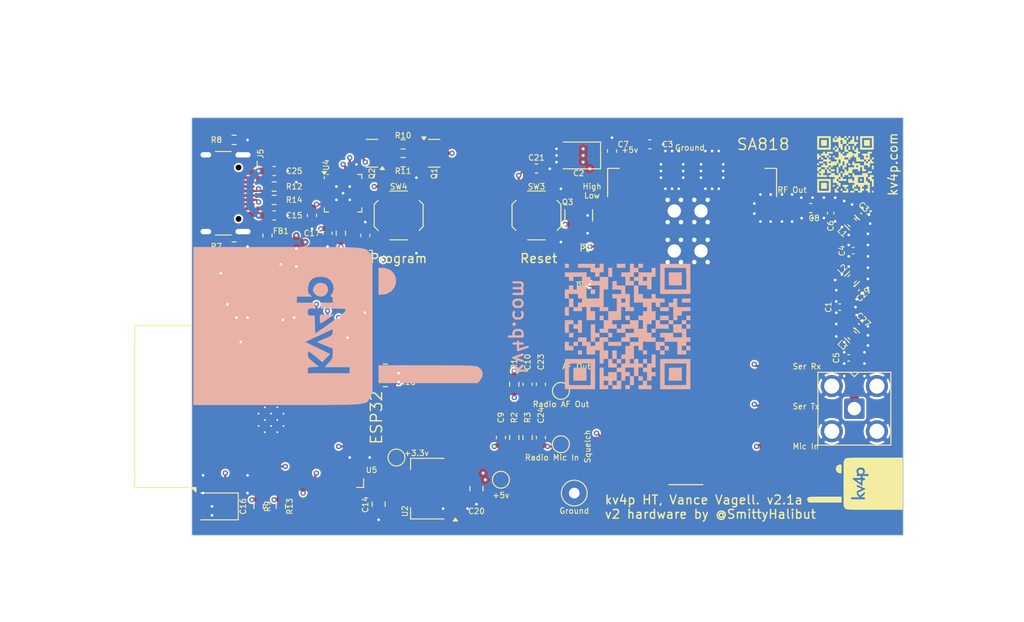
<source format=kicad_pcb>
(kicad_pcb (version 20240108) (generator "pcbnew") (generator_version "8.0")
  (title_block (title "kv4p HT") (date "2025-01-15") (rev "2.0d") (company "VanceVagell") (comment 1 "https://github.com/VanceVagell/kv4p-ht") (comment 2 "v2 hardware by @SmittyHalibut"))
  (layers (0 "F.Cu" signal) (1 "In1.Cu" signal) (2 "In2.Cu" signal) (31 "B.Cu" signal) (34 "B.Paste" user) (35 "F.Paste" user) (36 "B.SilkS" user "B.Silkscreen") (37 "F.SilkS" user "F.Silkscreen") (38 "B.Mask" user) (39 "F.Mask" user) (44 "Edge.Cuts" user))
  (net 0 "")
  (net 1 "GND")
  (net 2 "Net-(U5-IO25)")
  (net 3 "/Radio AF Out")
  (net 4 "Net-(U5-IO34)")
  (net 5 "/PTT Button Right")
  (net 6 "+3.3V")
  (net 7 "/PTT Button Left")
  (net 8 "Net-(J1-In)")
  (net 9 "Net-(U4-VDD)")
  (net 10 "VBUS")
  (net 11 "/SAO SCK")
  (net 12 "/SAO SDA")
  (net 13 "Net-(U4-D-)")
  (net 14 "Net-(U4-D+)")
  (net 15 "Net-(J5-CC2)")
  (net 16 "Net-(J5-CC1)")
  (net 17 "Net-(Q1-B)")
  (net 18 "/~{RTS}")
  (net 19 "/Enable{slash}~{Reset}")
  (net 20 "Net-(C1-Pad2)")
  (net 21 "/~{DTR}")
  (net 22 "Net-(Q2-B)")
  (net 23 "/GPIO0{slash}~{Program}")
  (net 24 "Net-(Q3-G)")
  (net 25 "/Radio Power Hi-Z Hi{slash}~{Low}")
  (net 26 "/Radio Mic In")
  (net 27 "Net-(U4-~{RST})")
  (net 28 "/Radio Rx")
  (net 29 "/Radio Tx")
  (net 30 "/Radio Squelch Closed{slash}~{Open}")
  (net 31 "/Radio ~{Power Down}")
  (net 32 "/Radio ~{PTT}")
  (net 40 "Net-(C9-Pad1)")
  (net 41 "+5V")
  (net 50 "/USB Rx")
  (net 52 "/USB Tx")
  (net 57 "/GPIO35")
  (net 58 "/NeoPixel DI")
  (net 60 "/GPIO14")
  (net 64 "/GPIO12")
  (net 66 "/GPIO15")
  (net 67 "/GPIO32")
  (net 68 "/Stock LED")
  (net 69 "Net-(C29-Pad2)")
  (net 70 "Net-(C31-Pad2)")
  (net 71 "Net-(U1-ANT)")
  (net 72 "/ADC Bias")
  (net 73 "/GPIO27")
  (net 74 "Net-(J5-D--PadA7)")
  (net 75 "Net-(J5-D+-PadA6)")
  (net 76 "Net-(D2-DIN)")
  (footprint "Capacitor_Tantalum_SMD:CP_EIA-3528-21_Kemet-B" (layer "F.Cu") (at 233.5 74.75 180)
    (property "Reference" "C2")
    (property "Value" "100uF 6.3v")
  )
  (footprint "TestPoint:TestPoint_Pad_D1.5mm" (layer "F.Cu") (at 213 108.75 90)
    (property "Reference" "TP2" (hide yes))
    (property "Value" "+3.3v")
  )
  (footprint "Capacitor_SMD:C_0805_2012Metric" (layer "F.Cu") (at 222 112.25 90)
    (property "Reference" "C20")
    (property "Value" "10uF")
  )
  (footprint "kv4p-ht:L_0805_2115Metric (Murata Inductors)" (layer "F.Cu") (at 264.246 88.645 45)
    (property "Reference" "L2")
    (property "Value" "30nH")
  )
  (footprint "Package_TO_SOT_SMD:SOT-23" (layer "F.Cu") (at 233.5 81.5 90)
    (property "Reference" "Q3")
    (property "Value" "AO3400A")
  )
  (footprint "Capacitor_SMD:C_0603_1608Metric" (layer "F.Cu") (at 209.5 83.75 90)
    (property "Reference" "C22")
    (property "Value" "2.2nF Tuned VHF")
  )
  (footprint "Capacitor_SMD:C_0402_1005Metric" (layer "F.Cu") (at 264.373 85.47)
    (property "Reference" "C4")
    (property "Value" "16pF")
  )
  (footprint "kv4p-ht:L_0805_2115Metric (Murata Inductors)" (layer "F.Cu") (at 264.246 94.995 135)
    (property "Reference" "L3")
    (property "Value" "43nH")
  )
  (footprint "Button_Switch_SMD:SW_SPST_TL3342" (layer "F.Cu") (at 228.75 81.5 90)
    (property "Reference" "SW3")
    (property "Value" "Reset")
  )
  (footprint "Connector_Coaxial:SMA_Amphenol_901-143_Horizontal" (layer "F.Cu") (at 264.5 103.25 -90)
    (property "Reference" "J1" (hide yes))
    (property "Value" "Antenna" (hide yes))
  )
  (footprint "Capacitor_SMD:C_0603_1608Metric" (layer "F.Cu") (at 229.25 106.5 90)
    (property "Reference" "C24")
    (property "Value" "2.2nF Tuned VHF")
  )
  (footprint "Resistor_SMD:R_0603_1608Metric" (layer "F.Cu") (at 226.25 106.5 90)
    (property "Reference" "R2")
    (property "Value" "10k")
  )
  (footprint "Resistor_SMD:R_0603_1608Metric" (layer "F.Cu") (at 199.25 79.75 180)
    (property "Reference" "R14")
    (property "Value" "27R")
  )
  (footprint "Connector_USB:USB_C_Receptacle_HCTL_HC-TYPE-C-16P-01A" (layer "F.Cu") (at 192.64 79 -90)
    (property "Reference" "J5")
    (property "Value" "USB-C Socket")
  )
  (footprint "Capacitor_SMD:C_0603_1608Metric" (layer "F.Cu") (at 237.25 74.25 90)
    (property "Reference" "C7")
    (property "Value" "100nF")
  )
  (footprint "Resistor_SMD:R_0603_1608Metric" (layer "F.Cu") (at 194.75 85)
    (property "Reference" "R7")
    (property "Value" "5.1k")
  )
  (footprint "Capacitor_SMD:C_0402_1005Metric" (layer "F.Cu") (at 265.008 81.533 135)
    (property "Reference" "C31")
    (property "Value" "11pF")
  )
  (footprint "Package_TO_SOT_SMD:SOT-23" (layer "F.Cu") (at 210.25 74.5 180)
    (property "Reference" "Q2")
    (property "Value" "SS8050")
  )
  (footprint "Inductor_SMD:L_0603_1608Metric" (layer "F.Cu") (at 264.246 94.995 135)
    (property "Reference" "L4" (hide yes))
    (property "Value" "~")
  )
  (footprint "Capacitor_SMD:C_0603_1608Metric" (layer "F.Cu") (at 205.25 83.5 -90)
    (property "Reference" "C26")
    (property "Value" "100nF")
  )
  (footprint "Capacitor_SMD:C_0603_1608Metric" (layer "F.Cu") (at 203.5 81.5 -90)
    (property "Reference" "C17")
    (property "Value" "1uF")
  )
  (footprint "Resistor_SMD:R_0603_1608Metric" (layer "F.Cu") (at 227.75 106.5 -90)
    (property "Reference" "R3")
    (property "Value" "1.2k")
  )
  (footprint "Capacitor_SMD:C_0603_1608Metric" (layer "F.Cu") (at 241.5 73.5)
    (property "Reference" "C3")
    (property "Value" "2.2nF Tuned VHF")
  )
  (footprint "Inductor_SMD:L_0603_1608Metric" (layer "F.Cu") (at 264.246 88.645 45)
    (property "Reference" "L5" (hide yes))
    (property "Value" "~")
  )
  (footprint "Resistor_SMD:R_0603_1608Metric" (layer "F.Cu") (at 194.75 89.5 90)
    (property "Reference" "R4")
    (property "Value" "100R")
  )
  (footprint "TestPoint:TestPoint_Pad_D1.5mm" (layer "F.Cu") (at 224.75 111.25)
    (property "Reference" "TP1" (hide yes))
    (property "Value" "+5v")
  )
  (footprint "kv4p-ht:DORJI_DRA818V" (layer "F.Cu") (at 246.25 94 90)
    (property "Reference" "U1" (hide yes))
    (property "Value" "DRA/SA818")
  )
  (footprint "kv4p-ht:qr-code" (layer "F.Cu") (at 263.5 75.75)
    (property "Reference" "G***" (hide yes))
    (property "Value" "LOGO" (hide yes))
  )
  (footprint "Capacitor_SMD:C_0805_2012Metric" (layer "F.Cu") (at 201.75 85.5 90)
    (property "Reference" "C19")
    (property "Value" "10uF")
  )
  (footprint "Capacitor_SMD:C_0603_1608Metric" (layer "F.Cu") (at 259.591 80.665 180)
    (property "Reference" "C8")
    (property "Value" "2.2nF Tuned VHF" (hide yes))
  )
  (footprint "Resistor_SMD:R_0603_1608Metric" (layer "F.Cu") (at 206.75 83.5 -90)
    (property "Reference" "R6")
    (property "Value" "1.2k")
  )
  (footprint "Package_TO_SOT_SMD:SOT-23" (layer "F.Cu") (at 217.25 74.5)
    (property "Reference" "Q1")
    (property "Value" "SS8050")
  )
  (footprint "kv4p-ht:kv4p_logo-white" (layer "F.Cu") (at 264.5 111.75 90)
    (property "Reference" "G***")
    (property "Value" "LOGO" (hide yes))
  )
  (footprint "Capacitor_SMD:C_0603_1608Metric" (layer "F.Cu") (at 199.25 81.5 180)
    (property "Reference" "C15")
    (property "Value" "100pF")
  )
  (footprint "Capacitor_SMD:C_0603_1608Metric" (layer "F.Cu") (at 200 85.5 -90)
    (property "Reference" "C18")
    (property "Value" "100nF")
  )
  (footprint "Resistor_SMD:R_0603_1608Metric" (layer "F.Cu") (at 197.5 114.25 -90)
    (property "Reference" "R9")
    (property "Value" "10k")
  )
  (footprint "Resistor_SMD:R_0603_1608Metric" (layer "F.Cu") (at 194.75 73)
    (property "Reference" "R8")
    (property "Value" "5.1k")
  )
  (footprint "Capacitor_SMD:C_0603_1608Metric" (layer "F.Cu") (at 228.75 76.22)
    (property "Reference" "C21")
    (property "Value" "2.2nF Tuned VHF")
  )
  (footprint "Libraries:LED_SK6805_SIDE" (layer "F.Cu") (at 190.2875 89 -90)
    (property "Reference" "D2")
    (property "Value" "SK6812SIDE-4020")
  )
  (footprint "Resistor_SMD:R_0603_1608Metric" (layer "F.Cu") (at 211.75 98.75)
    (property "Reference" "R21")
    (property "Value" "100k")
  )
  (footprint "Resistor_SMD:R_0603_1608Metric" (layer "F.Cu") (at 213.75 75.5)
    (property "Reference" "R11")
    (property "Value" "10k")
  )
  (footprint "Capacitor_SMD:C_0805_2012Metric" (layer "F.Cu") (at 211 114 90)
    (property "Reference" "C14")
    (property "Value" "10uF")
  )
  (footprint "Capacitor_SMD:C_0402_1005Metric" (layer "F.Cu") (at 264.754 89.661 45)
    (property "Reference" "C29")
    (property "Value" "13pF")
  )
  (footprint "RF_Module:ESP32-WROOM-32D" (layer "F.Cu") (at 199.43 103 90)
    (property "Reference" "U5")
    (property "Value" "ESP32-WROOM-32E-N4")
  )
  (footprint "kv4p-ht:L_0805_2115Metric (Murata Inductors)" (layer "F.Cu") (at 264.246 82.295 135)
    (property "Reference" "L1")
    (property "Value" "27nH")
  )
  (footprint "Capacitor_SMD:C_0402_1005Metric" (layer "F.Cu") (at 262.849 91.82)
    (property "Reference" "C1")
    (property "Value" "18pF")
  )
  (footprint "Capacitor_SMD:C_0603_1608Metric" (layer "F.Cu") (at 229.25 100.5 90)
    (property "Reference" "C23")
    (property "Value" "2.2nF Tuned VHF")
  )
  (footprint "Resistor_SMD:R_0603_1608Metric" (layer "F.Cu") (at 200 114.25 -90)
    (property "Reference" "R13")
    (property "Value" "10k")
  )
  (footprint "Capacitor_SMD:C_0603_1608Metric" (layer "F.Cu") (at 199.25 76.5 180)
    (property "Reference" "C25")
    (property "Value" "100pF")
  )
  (footprint "Capacitor_SMD:C_0603_1608Metric" (layer "F.Cu") (at 196.25 89.5 -90)
    (property "Reference" "C13")
    (property "Value" "2.2nF Tuned VHF")
  )
  (footprint "Capacitor_Tantalum_SMD:CP_EIA-3528-21_Kemet-B" (layer "F.Cu") (at 192.75 114.25 180)
    (property "Reference" "C16")
    (property "Value" "100uF 6.3v")
  )
  (footprint "Capacitor_SMD:C_0402_1005Metric" (layer "F.Cu") (at 264.754 93.979 135)
    (property "Reference" "C27")
    (property "Value" "2.7pF")
  )
  (footprint "Capacitor_SMD:C_0402_1005Metric" (layer "F.Cu") (at 261.833 81.251 90)
    (property "Reference" "C6")
    (property "Value" "5.1pF")
  )
  (footprint "Resistor_SMD:R_0603_1608Metric" (layer "F.Cu") (at 213.75 73.5 180)
    (property "Reference" "R10")
    (property "Value" "10k")
  )
  (footprint "Capacitor_SMD:C_0603_1608Metric" (layer "F.Cu") (at 227.75 100.5 -90)
    (property "Reference" "C10")
    (property "Value" "1uF")
  )
  (footprint "Resistor_SMD:R_0603_1608Metric" (layer "F.Cu") (at 211.75 100.25 180)
    (property "Reference" "R16")
    (property "Value" "100k")
  )
  (footprint "Resistor_SMD:R_0603_1608Metric" (layer "F.Cu") (at 199.25 78.25 180)
    (property "Reference" "R12")
    (property "Value" "27R")
  )
  (footprint "Button_Switch_SMD:SW_SPST_TL3342" (layer "F.Cu") (at 213.25 81.5 90)
    (property "Reference" "SW4")
    (property "Value" "Program")
  )
  (footprint "Inductor_SMD:L_0603_1608Metric" (layer "F.Cu") (at 198.5 83.75 -90)
    (property "Reference" "FB1")
    (property "Value" "Ferrite Bead, 1A")
  )
  (footprint "Capacitor_SMD:C_0603_1608Metric" (layer "F.Cu") (at 193.25 89.5 -90)
    (property "Reference" "C11")
    (property "Value" "100nF")
  )
  (footprint "Package_DFN_QFN:QFN-24-1EP_4x4mm_P0.5mm_EP2.6x2.6mm" (layer "F.Cu") (at 207 79)
    (property "Reference" "U4")
    (property "Value" "CP2102N-A02-GQFN24")
  )
  (footprint "Package_TO_SOT_SMD:SOT-223-3_TabPin2" (layer "F.Cu") (at 216.5 112.25 180)
    (property "Reference" "U2")
    (property "Value" "AZ1117H-3.3TRG1")
  )
  (footprint "Resistor_SMD:R_0603_1608Metric" (layer "F.Cu") (at 226.25 100.5 90)
    (property "Reference" "R1")
    (property "Value" "100k")
  )
  (footprint "Inductor_SMD:L_0603_1608Metric" (layer "F.Cu") (at 264.246 82.295 135)
    (property "Reference" "L6" (hide yes))
    (property "Value" "~" (hide yes))
  )
  (footprint "Capacitor_SMD:C_0402_1005Metric" (layer "F.Cu") (at 263.865 97.535)
    (property "Reference" "C5")
    (property "Value" "10pF")
  )
  (footprint "TestPoint:TestPoint_Pad_D1.5mm" (layer "F.Cu") (at 231.5 101.25)
    (property "Reference" "TP5" (hide yes))
    (property "Value" "Radio AF Out")
  )
  (footprint "TestPoint:TestPoint_THTPad_D2.5mm_Drill1.2mm" (layer "F.Cu") (at 233 112.75)
    (property "Reference" "TP3" (hide yes))
    (property "Value" "Gnd")
  )
  (footprint "Capacitor_SMD:C_0603_1608Metric" (layer "F.Cu") (at 224.75 106.5 -90)
    (property "Reference" "C9")
    (property "Value" "1uF")
  )
  (footprint "TestPoint:TestPoint_Pad_D1.5mm" (layer "F.Cu") (at 231.5 107.25 -90)
    (property "Reference" "TP4" (hide yes))
    (property "Value" "Radio Mic")
  )
  (footprint "kv4p-ht:kv4p_logo-white" (layer "B.Cu") (at 206.505 94 90)
    (property "Reference" "G***")
    (property "Value" "LOGO" (hide yes))
  )
  (footprint "kv4p-ht:qr-code" (layer "B.Cu") (at 239 94 90)
    (property "Reference" "G***" (hide yes))
    (property "Value" "LOGO" (hide yes))
  )
  (gr_rect (start 190 70.5) (end 270 117.5) (stroke (width 0.05)) (fill none) (layer "Edge.Cuts"))
  (gr_text "kv4p.com" (at 227.75 94 -90) (layer "B.SilkS") (effects (font (size 1.524 1.524) (thickness 0.254) (bold yes)) (justify top mirror)))
  (gr_text "Radio Mic In" (at 230.5 108.75 0) (layer "F.SilkS") (effects (font (size 0.635 0.635) (thickness 0.1016))))
  (gr_text "Ser Rx" (at 257.5 98.5 0) (layer "F.SilkS") (effects (font (size 0.635 0.635) (thickness 0.1016)) (justify left)))
  (gr_text "RF Out" (at 257.5 79 0) (layer "F.SilkS") (effects (font (size 0.635 0.635) (thickness 0.1016)) (justify bottom)))
  (gr_text "Ground" (at 246 74.25 0) (layer "F.SilkS") (effects (font (size 0.635 0.635) (thickness 0.1016)) (justify bottom)))
  (gr_text "Squelch" (at 234.5 107.5 90) (layer "F.SilkS") (effects (font (size 0.635 0.635) (thickness 0.1016))))
  (gr_text "AF Out" (at 233.25 98.5 0) (layer "F.SilkS") (effects (font (size 0.635 0.635) (thickness 0.1016))))
  (gr_text "+5v" (at 239.25 74.5 0) (layer "F.SilkS") (effects (font (size 0.635 0.635) (thickness 0.1016)) (justify bottom)))
  (gr_text "Ser Tx" (at 257.5 103 0) (layer "F.SilkS") (effects (font (size 0.635 0.635) (thickness 0.1016)) (justify left)))
  (gr_text "Reset" (at 229 85.75 0) (layer "F.SilkS") (effects (font (size 1.016 1.016) (thickness 0.1524)) (justify top)))
  (gr_text "Mic In" (at 257.5 107.5 0) (layer "F.SilkS") (effects (font (size 0.635 0.635) (thickness 0.1016)) (justify left)))
  (gr_text "~{PTT}" (at 234 89.5 0) (layer "F.SilkS") (effects (font (size 0.635 0.635) (thickness 0.1016))))
  (gr_text "~{PD}" (at 234.25 85.25 0) (layer "F.SilkS") (effects (font (size 0.635 0.635) (thickness 0.1016))))
  (gr_text "kv4p HT, Vance Vagell. v2.1a\nv2 hardware by @SmittyHalibut" (at 236.35 114.32 0) (layer "F.SilkS") (effects (font (size 1 1)) (justify left)))
  (gr_text "High\nLow" (at 235 78.75 0) (layer "F.SilkS") (effects (font (size 0.635 0.635) (thickness 0.1016))))
  (gr_text "Ground" (at 233 114.75 0) (layer "F.SilkS") (effects (font (size 0.635 0.635) (thickness 0.1016))))
  (gr_text "Program" (at 213.25 85.75 0) (layer "F.SilkS") (effects (font (size 1.016 1.016) (thickness 0.1524)) (justify top)))
  (gr_text "kv4p.com" (at 268.25 75.75 90) (layer "F.SilkS") (effects (font (size 1.016 1.016) (thickness 0.1524)) (justify top)))
  (gr_text "ESP32" (at 210.75 104.25 90) (layer "F.SilkS") (effects (font (size 1.27 1.27))))
  (gr_text "SA818" (at 254.25 73.5 0) (layer "F.SilkS") (effects (font (size 1.27 1.27))))
  (via (at 266.024 93.979) (size 0.6) (drill 0.3) (layers "F.Cu" "B.Cu") (net 1))
  (via (at 207 79) (size 0.6) (drill 0.3) (layers "F.Cu" "B.Cu") (net 1))
  (via (at 210 108.75) (size 0.6) (drill 0.3) (layers "F.Cu" "B.Cu") (net 1))
  (via (at 259.801 79.501) (size 0.6) (drill 0.3) (layers "F.Cu" "B.Cu") (net 1))
  (via (at 262.341 88.772) (size 0.6) (drill 0.3) (layers "F.Cu" "B.Cu") (net 1))
  (via (at 258.575 81.808) (size 0.6) (drill 0.3) (layers "F.Cu" "B.Cu") (net 1))
  (via (at 231 74) (size 0.6) (drill 0.3) (layers "F.Cu" "B.Cu") (net 1))
  (via (at 192.25 115.25) (size 0.6) (drill 0.3) (layers "F.Cu" "B.Cu") (net 1))
  (via (at 263.865 83.692) (size 0.6) (drill 0.3) (layers "F.Cu" "B.Cu") (net 1))
  (via (at 265.643 99.567) (size 0.6) (drill 0.3) (layers "F.Cu" "B.Cu") (net 1))
  (via (at 266.024 87.375) (size 0.6) (drill 0.3) (layers "F.Cu" "B.Cu") (net 1))
  (via (at 248.5 78.5) (size 0.6) (drill 0.3) (layers "F.Cu" "B.Cu") (net 1))
  (via (at 249.75 77.25) (size 0.6) (drill 0.3) (layers "F.Cu" "B.Cu") (net 1))
  (via (at 201.75 77.75) (size 0.6) (drill 0.3) (layers "F.Cu" "B.Cu") (net 1))
  (via (at 249.25 74.25) (size 0.6) (drill 0.3) (layers "F.Cu" "B.Cu") (net 1))
  (via (at 200.75 81.5) (size 0.6) (drill 0.3) (layers "F.Cu" "B.Cu") (net 1))
  (via (at 200.75 76.5) (size 0.6) (drill 0.3) (layers "F.Cu" "B.Cu") (net 1))
  (via (at 253.25 81.3) (size 0.6) (drill 0.3) (layers "F.Cu" "B.Cu") (net 1))
  (via (at 243.25 78.5) (size 0.6) (drill 0.3) (layers "F.Cu" "B.Cu") (net 1))
  (via (at 247.25 77.25) (size 0.6) (drill 0.3) (layers "F.Cu" "B.Cu") (net 1))
  (via (at 213.25 99.25) (size 0.6) (drill 0.3) (layers "F.Cu" "B.Cu") (net 1))
  (via (at 247.75 74.25) (size 0.6) (drill 0.3) (layers "F.Cu" "B.Cu") (net 1))
  (via (at 261.071 79.501) (size 0.6) (drill 0.3) (layers "F.Cu" "B.Cu") (net 1))
  (via (at 266.024 89.661) (size 0.6) (drill 0.3) (layers "F.Cu" "B.Cu") (net 1))
  (via (at 234.5 83.5) (size 0.6) (drill 0.3) (layers "F.Cu" "B.Cu") (net 1))
  (via (at 262.468 95.122) (size 0.6) (drill 0.3) (layers "F.Cu" "B.Cu") (net 1))
  (via (at 243 73.5) (size 0.6) (drill 0.3) (layers "F.Cu" "B.Cu") (net 1))
  (via (at 263.865 84.835) (size 0.6) (drill 0.3) (layers "F.Cu" "B.Cu") (net 1))
  (via (at 262.468 92.455) (size 0.6) (drill 0.3) (layers "F.Cu" "B.Cu") (net 1))
  (via (at 196.25 73) (size 0.6) (drill 0.3) (layers "F.Cu" "B.Cu") (net 1))
  (via (at 244 78.5) (size 0.6) (drill 0.3) (layers "F.Cu" "B.Cu") (net 1))
  (via (at 249.75 75.75) (size 0.6) (drill 0.3) (layers "F.Cu" "B.Cu") (net 1))
  (via (at 265.643 98.17) (size 0.6) (drill 0.3) (layers "F.Cu" "B.Cu") (net 1))
  (via (at 263.357 96.9) (size 0.6) (drill 0.3) (layers "F.Cu" "B.Cu") (net 1))
  (via (at 266.151 81.406) (size 0.6) (drill 0.3) (layers "F.Cu" "B.Cu") (net 1))
  (via (at 196.25 112.75) (size 0.6) (drill 0.3) (layers "F.Cu" "B.Cu") (net 1))
  (via (at 264.627 91.82) (size 0.6) (drill 0.3) (layers "F.Cu" "B.Cu") (net 1))
  (via (at 263.103 88.137) (size 0.6) (drill 0.3) (layers "F.Cu" "B.Cu") (net 1))
  (via (at 221 114.5) (size 0.6) (drill 0.3) (layers "F.Cu" "B.Cu") (net 1))
  (via (at 207.75 108.75) (size 0.6) (drill 0.3) (layers "F.Cu" "B.Cu") (net 1))
  (via (at 196.25 85) (size 0.6) (drill 0.3) (layers "F.Cu" "B.Cu") (net 1))
  (via (at 207.75 79.75) (size 0.6) (drill 0.3) (layers "F.Cu" "B.Cu") (net 1))
  (via (at 266.024 94.995) (size 0.6) (drill 0.3) (layers "F.Cu" "B.Cu") (net 1))
  (via (at 256.356 79.141) (size 0.6) (drill 0.3) (layers "F.Cu" "B.Cu") (net 1))
  (via (at 255.086 82.189) (size 0.6) (drill 0.3) (layers "F.Cu" "B.Cu") (net 1))
  (via (at 262.468 91.185) (size 0.6) (drill 0.3) (layers "F.Cu" "B.Cu") (net 1))
  (via (at 264.754 92.709) (size 0.6) (drill 0.3) (layers "F.Cu" "B.Cu") (net 1))
  (via (at 266.024 96.138) (size 0.6) (drill 0.3) (layers "F.Cu" "B.Cu") (net 1))
  (via (at 231.5 84.5) (size 0.6) (drill 0.3) (layers "F.Cu" "B.Cu") (net 1))
  (via (at 255.086 79.141) (size 0.6) (drill 0.3) (layers "F.Cu" "B.Cu") (net 1))
  (via (at 253.943 79.141) (size 0.6) (drill 0.3) (layers "F.Cu" "B.Cu") (net 1))
  (via (at 262.468 93.725) (size 0.6) (drill 0.3) (layers "F.Cu" "B.Cu") (net 1))
  (via (at 242.75 75.75) (size 0.6) (drill 0.3) (layers "F.Cu" "B.Cu") (net 1))
  (via (at 192.25 114.25) (size 0.6) (drill 0.3) (layers "F.Cu" "B.Cu") (net 1))
  (via (at 230.25 76.25) (size 0.6) (drill 0.3) (layers "F.Cu" "B.Cu") (net 1))
  (via (at 191.25 112.75) (size 0.6) (drill 0.3) (layers "F.Cu" "B.Cu") (net 1))
  (via (at 231 74.75) (size 0.6) (drill 0.3) (layers "F.Cu" "B.Cu") (net 1))
  (via (at 231.5 78.5) (size 0.6) (drill 0.3) (layers "F.Cu" "B.Cu") (net 1))
  (via (at 266.024 88.645) (size 0.6) (drill 0.3) (layers "F.Cu" "B.Cu") (net 1))
  (via (at 215.25 85.75) (size 0.6) (drill 0.3) (layers "F.Cu" "B.Cu") (net 1))
  (via (at 263.357 95.757) (size 0.6) (drill 0.3) (layers "F.Cu" "B.Cu") (net 1))
  (via (at 265.389 93.344) (size 0.6) (drill 0.3) (layers "F.Cu" "B.Cu") (net 1))
  (via (at 243.25 74.25) (size 0.6) (drill 0.3) (layers "F.Cu" "B.Cu") (net 1))
  (via (at 201.75 87.25) (size 0.6) (drill 0.3) (layers "F.Cu" "B.Cu") (net 1))
  (via (at 249.25 78.5) (size 0.6) (drill 0.3) (layers "F.Cu" "B.Cu") (net 1))
  (via (at 257.499 79.141) (size 0.6) (drill 0.3) (layers "F.Cu" "B.Cu") (net 1))
  (via (at 256.356 82.189) (size 0.6) (drill 0.3) (layers "F.Cu" "B.Cu") (net 1))
  (via (at 211 115.75) (size 0.6) (drill 0.3) (layers "F.Cu" "B.Cu") (net 1))
  (via (at 218.25 114.5) (size 0.6) (drill 0.3) (layers "F.Cu" "B.Cu") (net 1))
  (via (at 258.531 79.501) (size 0.6) (drill 0.3) (layers "F.Cu" "B.Cu") (net 1))
  (via (at 237.25 72.75) (size 0.6) (drill 0.3) (layers "F.Cu" "B.Cu") (net 1))
  (via (at 263.357 99.567) (size 0.6) (drill 0.3) (layers "F.Cu" "B.Cu") (net 1))
  (via (at 234.5 81.5) (size 0.6) (drill 0.3) (layers "F.Cu" "B.Cu") (net 1))
  (via (at 263.865 87.248) (size 0.6) (drill 0.3) (layers "F.Cu" "B.Cu") (net 1))
  (via (at 247.25 76.5) (size 0.6) (drill 0.3) (layers "F.Cu" "B.Cu") (net 1))
  (via (at 208.5 75.75) (size 0.6) (drill 0.3) (layers "F.Cu" "B.Cu") (net 1))
  (via (at 206.25 78.25) (size 0.6) (drill 0.3) (layers "F.Cu" "B.Cu") (net 1))
  (via (at 244.75 74.25) (size 0.6) (drill 0.3) (layers "F.Cu" "B.Cu") (net 1))
  (via (at 247.75 78.5) (size 0.6) (drill 0.3) (layers "F.Cu" "B.Cu") (net 1))
  (via (at 257.499 82.189) (size 0.6) (drill 0.3) (layers "F.Cu" "B.Cu") (net 1))
  (via (at 262.341 82.168) (size 0.6) (drill 0.3) (layers "F.Cu" "B.Cu") (net 1))
  (via (at 191.25 110.75) (size 0.6) (drill 0.3) (layers "F.Cu" "B.Cu") (net 1))
  (via (at 261.071 81.787) (size 0.6) (drill 0.3) (layers "F.Cu" "B.Cu") (net 1))
  (via (at 266.278 82.422) (size 0.6) (drill 0.3) (layers "F.Cu" "B.Cu") (net 1))
  (via (at 263.357 79.882) (size 0.6) (drill 0.3) (layers "F.Cu" "B.Cu") (net 1))
  (via (at 205.25 85) (size 0.6) (drill 0.3) (layers "F.Cu" "B.Cu") (net 1))
  (via (at 265.643 96.9) (size 0.6) (drill 0.3) (layers "F.Cu" "B.Cu") (net 1))
  (via (at 253.25 80.157) (size 0.6) (drill 0.3) (layers "F.Cu" "B.Cu") (net 1))
  (via (at 222 114) (size 0.6) (drill 0.3) (layers "F.Cu" "B.Cu") (net 1))
  (via (at 231 75.5) (size 0.6) (drill 0.3) (layers "F.Cu" "B.Cu") (net 1))
  (via (at 207.75 78.25) (size 0.6) (drill 0.3) (layers "F.Cu" "B.Cu") (net 1))
  (via (at 215.25 77.25) (size 0.6) (drill 0.3) (layers "F.Cu" "B.Cu") (net 1))
  (via (at 264.246 80.263) (size 0.6) (drill 0.3) (layers "F.Cu" "B.Cu") (net 1))
  (via (at 245.25 77.25) (size 0.6) (drill 0.3) (layers "F.Cu" "B.Cu") (net 1))
  (via (at 244.75 78.5) (size 0.6) (drill 0.3) (layers "F.Cu" "B.Cu") (net 1))
  (via (at 242.75 76.5) (size 0.6) (drill 0.3) (layers "F.Cu" "B.Cu") (net 1))
  (via (at 206.25 79.75) (size 0.6) (drill 0.3) (layers "F.Cu" "B.Cu") (net 1))
  (via (at 209.5 82.25) (size 0.6) (drill 0.3) (layers "F.Cu" "B.Cu") (net 1))
  (via (at 200 87) (size 0.6) (drill 0.3) (layers "F.Cu" "B.Cu") (net 1))
  (via (at 247.25 75.75) (size 0.6) (drill 0.3) (layers "F.Cu" "B.Cu") (net 1))
  (via (at 259.801 81.787) (size 0.6) (drill 0.3) (layers "F.Cu" "B.Cu") (net 1))
  (via (at 266.024 83.565) (size 0.6) (drill 0.3) (layers "F.Cu" "B.Cu") (net 1))
  (via (at 265.389 80.644) (size 0.6) (drill 0.3) (layers "F.Cu" "B.Cu") (net 1))
  (via (at 203.5 83) (size 0.6) (drill 0.3) (layers "F.Cu" "B.Cu") (net 1))
  (via (at 242.75 77.25) (size 0.6) (drill 0.3) (layers "F.Cu" "B.Cu") (net 1))
  (via (at 265.389 90.296) (size 0.6) (drill 0.3) (layers "F.Cu" "B.Cu") (net 1))
  (via (at 266.024 86.105) (size 0.6) (drill 0.3) (layers "F.Cu" "B.Cu") (net 1))
  (via (at 266.024 84.835) (size 0.6) (drill 0.3) (layers "F.Cu" "B.Cu") (net 1))
  (via (at 263.865 86.105) (size 0.6) (drill 0.3) (layers "F.Cu" "B.Cu") (net 1))
  (via (at 264.754 90.931) (size 0.6) (drill 0.3) (layers "F.Cu" "B.Cu") (net 1))
  (via (at 245.25 76.5) (size 0.6) (drill 0.3) (layers "F.Cu" "B.Cu") (net 1))
  (via (at 262.468 89.915) (size 0.6) (drill 0.3) (layers "F.Cu" "B.Cu") (net 1))
  (via (at 263.103 82.803) (size 0.6) (drill 0.3) (layers "F.Cu" "B.Cu") (net 1))
  (via (at 245.25 75.75) (size 0.6) (drill 0.3) (layers "F.Cu" "B.Cu") (net 1))
  (via (at 263.357 98.17) (size 0.6) (drill 0.3) (layers "F.Cu" "B.Cu") (net 1))
  (via (at 244 74.25) (size 0.6) (drill 0.3) (layers "F.Cu" "B.Cu") (net 1))
  (via (at 248.5 74.25) (size 0.6) (drill 0.3) (layers "F.Cu" "B.Cu") (net 1))
  (via (at 262.341 79.501) (size 0.6) (drill 0.3) (layers "F.Cu" "B.Cu") (net 1))
  (via (at 253.943 82.189) (size 0.6) (drill 0.3) (layers "F.Cu" "B.Cu") (net 1))
  (via (at 196.25 110.75) (size 0.6) (drill 0.3) (layers "F.Cu" "B.Cu") (net 1))
  (via (at 249.75 76.5) (size 0.6) (drill 0.3) (layers "F.Cu" "B.Cu") (net 1))
  (segment (start 224.225 107.275) (end 224 107.5) (width 0.254) (layer "F.Cu") (net 2))
  (segment (start 202.5 112.75) (end 202.5 111.81) (width 0.254) (layer "F.Cu") (net 2))
  (segment (start 202.5 111.81) (end 202.61 111.7) (width 0.254) (layer "F.Cu") (net 2))
  (segment (start 224.75 107.275) (end 224.225 107.275) (width 0.254) (layer "F.Cu") (net 2))
  (via (at 224 107.5) (size 0.6) (drill 0.3) (layers "F.Cu" "B.Cu") (net 2))
  (via (at 202.5 112.75) (size 0.6) (drill 0.3) (layers "F.Cu" "B.Cu") (net 2))
  (segment (start 229.25 101.275) (end 231.475 101.275) (width 0.254) (layer "F.Cu") (net 3))
  (segment (start 231.475 101.275) (end 231.5 101.25) (width 0.254) (layer "F.Cu") (net 3))
  (segment (start 234.3 98.45) (end 236.925 98.45) (width 0.254) (layer "F.Cu") (net 3))
  (segment (start 229.25 101.275) (end 227.75 101.275) (width 0.254) (layer "F.Cu") (net 3))
  (segment (start 231.5 101.25) (end 234.3 98.45) (width 0.254) (layer "F.Cu") (net 3))
  (segment (start 226.3 99.725) (end 226.25 99.675) (width 0.254) (layer "F.Cu") (net 4))
  (segment (start 226.25 99) (end 226.25 99.675) (width 0.254) (layer "F.Cu") (net 4))
  (segment (start 227.75 99.725) (end 226.3 99.725) (width 0.254) (layer "F.Cu") (net 4))
  (segment (start 200.5 109.75) (end 198.476 109.75) (width 0.254) (layer "F.Cu") (net 4))
  (segment (start 197.53 110.696) (end 197.53 111.7) (width 0.254) (layer "F.Cu") (net 4))
  (segment (start 198.476 109.75) (end 197.53 110.696) (width 0.254) (layer "F.Cu") (net 4))
  (via (at 226.25 99) (size 0.6) (drill 0.3) (layers "F.Cu" "B.Cu") (net 4))
  (via (at 200.5 109.75) (size 0.6) (drill 0.3) (layers "F.Cu" "B.Cu") (net 4))
  (segment (start 211 113) (end 212.6 113) (width 1.016) (layer "F.Cu") (net 6))
  (segment (start 192.45 111.7) (end 192.45 112.7) (width 1.016) (layer "F.Cu") (net 6))
  (segment (start 219.65 112.25) (end 213.35 112.25) (width 1.016) (layer "F.Cu") (net 6))
  (segment (start 194.99 113.5475) (end 194.2875 114.25) (width 0.254) (layer "F.Cu") (net 6))
  (segment (start 192.45 112.7) (end 194 114.25) (width 1.016) (layer "F.Cu") (net 6))
  (segment (start 210.5 113) (end 208.5 115) (width 1.016) (layer "F.Cu") (net 6))
  (segment (start 213 109) (end 213.35 109.35) (width 0.254) (layer "F.Cu") (net 6))
  (segment (start 208.5 115) (end 195.0375 115) (width 1.016) (layer "F.Cu") (net 6))
  (segment (start 194 114.25) (end 194.2875 114.25) (width 1.016) (layer "F.Cu") (net 6))
  (segment (start 195.0375 115) (end 194.2875 114.25) (width 1.016) (layer "F.Cu") (net 6))
  (segment (start 212.6 113) (end 213.35 112.25) (width 1.016) (layer "F.Cu") (net 6))
  (segment (start 213.35 109.35) (end 213.35 112.25) (width 0.254) (layer "F.Cu") (net 6))
  (segment (start 213 108.75) (end 213 109) (width 0.254) (layer "F.Cu") (net 6))
  (segment (start 194.99 111.7) (end 194.99 113.5475) (width 0.254) (layer "F.Cu") (net 6))
  (segment (start 211 113) (end 210.5 113) (width 1.016) (layer "F.Cu") (net 6))
  (segment (start 265.093411 94.318411) (end 265.093411 95.261283) (width 0.635) (layer "F.Cu") (net 8))
  (segment (start 264.5 96.243602) (end 264.997301 95.746301) (width 1.016) (layer "F.Cu") (net 8))
  (segment (start 264.5 103.25) (end 264.5 96.243602) (width 1.016) (layer "F.Cu") (net 8))
  (segment (start 265.093411 95.261283) (end 264.802847 95.551847) (width 0.635) (layer "F.Cu") (net 8))
  (segment (start 204 80.25) (end 203.975 80.25) (width 0.254) (layer "F.Cu") (net 9))
  (segment (start 205.0625 80.25) (end 204 80.25) (width 0.254) (layer "F.Cu") (net 9))
  (segment (start 205.0625 79.75) (end 205.0625 80.25) (width 0.254) (layer "F.Cu") (net 9))
  (segment (start 203.975 80.25) (end 203.5 80.725) (width 0.254) (layer "F.Cu") (net 9))
  (segment (start 206.75 85) (end 206.75 84.325) (width 0.254) (layer "F.Cu") (net 9))
  (via (at 206.75 85) (size 0.6) (drill 0.3) (layers "F.Cu" "B.Cu") (net 9))
  (via (at 204 80.25) (size 0.6) (drill 0.3) (layers "F.Cu" "B.Cu") (net 9))
  (segment (start 197.4 76.6) (end 197.5 76.5) (width 0.508) (layer "F.Cu") (net 10))
  (segment (start 198.5 82.9625) (end 198.5 81.525) (width 0.762) (layer "F.Cu") (net 10))
  (segment (start 197.4 81.4) (end 197.5 81.5) (width 0.508) (layer "F.Cu") (net 10))
  (segment (start 196.385 76.6) (end 197.4 76.6) (width 0.508) (layer "F.Cu") (net 10))
  (segment (start 198.475 81.5) (end 197.5 81.5) (width 0.762) (layer "F.Cu") (net 10))
  (segment (start 196.385 81.4) (end 197.4 81.4) (width 0.508) (layer "F.Cu") (net 10))
  (segment (start 198.475 76.5) (end 197.5 76.5) (width 0.762) (layer "F.Cu") (net 10))
  (segment (start 198.5 81.525) (end 198.475 81.5) (width 0.762) (layer "F.Cu") (net 10))
  (via (at 197.5 76.5) (size 0.6) (drill 0.3) (layers "F.Cu" "B.Cu") (net 10))
  (via (at 197.5 81.5) (size 0.6) (drill 0.3) (layers "F.Cu" "B.Cu") (net 10))
  (segment (start 197.5 76.5) (end 196.5 77.5) (width 0.762) (layer "B.Cu") (net 10))
  (segment (start 196.5 77.5) (end 196.5 80.5) (width 0.762) (layer "B.Cu") (net 10))
  (segment (start 196.5 80.5) (end 197.5 81.5) (width 0.762) (layer "B.Cu") (net 10))
  (segment (start 200.075 79.75) (end 200.575 79.25) (width 0.254) (layer "F.Cu") (net 13))
  (segment (start 200.575 79.25) (end 205.0625 79.25) (width 0.254) (layer "F.Cu") (net 13))
  (segment (start 200.575 78.75) (end 205.0625 78.75) (width 0.254) (layer "F.Cu") (net 14))
  (segment (start 200.075 78.25) (end 200.575 78.75) (width 0.254) (layer "F.Cu") (net 14))
  (segment (start 193.925 81.825) (end 193.925 85) (width 0.254) (layer "F.Cu") (net 15))
  (segment (start 195 80.75) (end 193.925 81.825) (width 0.254) (layer "F.Cu") (net 15))
  (segment (start 196.385 80.75) (end 195 80.75) (width 0.254) (layer "F.Cu") (net 15))
  (segment (start 195 77.75) (end 193.925 76.675) (width 0.2) (layer "F.Cu") (net 16))
  (segment (start 193.925 76.675) (end 193.925 73) (width 0.2) (layer "F.Cu") (net 16))
  (segment (start 196.385 77.75) (end 195 77.75) (width 0.2) (layer "F.Cu") (net 16))
  (segment (start 214.625 73.55) (end 214.575 73.5) (width 0.254) (layer "F.Cu") (net 17))
  (segment (start 216.3125 73.55) (end 214.625 73.55) (width 0.254) (layer "F.Cu") (net 17))
  (segment (start 213.0125 77.0625) (end 214.575 75.5) (width 0.254) (layer "F.Cu") (net 18))
  (segment (start 216.3125 75.45) (end 214.625 75.45) (width 0.254) (layer "F.Cu") (net 18))
  (segment (start 208.25 77.0625) (end 213.0125 77.0625) (width 0.254) (layer "F.Cu") (net 18))
  (segment (start 214.625 75.45) (end 214.575 75.5) (width 0.254) (layer "F.Cu") (net 18))
  (segment (start 193.75 111.67) (end 193.72 111.7) (width 0.254) (layer "F.Cu") (net 19))
  (segment (start 226.75 78.25) (end 226.85 78.35) (width 0.254) (layer "F.Cu") (net 19))
  (segment (start 226.85 84.65) (end 226.85 78.35) (width 0.254) (layer "F.Cu") (net 19))
  (segment (start 227.53 76.22) (end 226.75 77) (width 0.2) (layer "F.Cu") (net 19))
  (segment (start 193.75 110.5) (end 193.75 111.67) (width 0.254) (layer "F.Cu") (net 19))
  (segment (start 227.975 76.22) (end 227.53 76.22) (width 0.2) (layer "F.Cu") (net 19))
  (segment (start 226.75 77) (end 226.75 78.25) (width 0.254) (layer "F.Cu") (net 19))
  (segment (start 218.1875 74.5) (end 219.25 74.5) (width 0.254) (layer "F.Cu") (net 19))
  (segment (start 196.75 113.5) (end 197.425 113.5) (width 0.254) (layer "F.Cu") (net 19))
  (segment (start 197.425 113.5) (end 197.5 113.425) (width 0.254) (layer "F.Cu") (net 19))
  (via (at 219.25 74.5) (size 0.6) (drill 0.3) (layers "F.Cu" "B.Cu") (net 19))
  (via (at 226.75 77) (size 0.6) (drill 0.3) (layers "F.Cu" "B.Cu") (net 19))
  (via (at 196.75 113.5) (size 0.6) (drill 0.3) (layers "F.Cu" "B.Cu") (net 19))
  (via (at 193.75 110.5) (size 0.6) (drill 0.3) (layers "F.Cu" "B.Cu") (net 19))
  (segment (start 263.494699 89.396301) (end 263.494699 90.931) (width 1.016) (layer "F.Cu") (net 20))
  (segment (start 263.494699 93.598) (end 263.494699 94.243699) (width 1.016) (layer "F.Cu") (net 20))
  (segment (start 264.414589 90.000411) (end 263.810479 89.396301) (width 0.635) (layer "F.Cu") (net 20))
  (segment (start 264.414589 93.639589) (end 263.810479 94.243699) (width 0.635) (layer "F.Cu") (net 20))
  (segment (start 263.494699 90.931) (end 263.494699 93.598) (width 1.016) (layer "F.Cu") (net 20))
  (segment (start 263.810479 89.396301) (end 263.494699 89.396301) (width 0.635) (layer "F.Cu") (net 20))
  (segment (start 263.810479 94.243699) (end 263.494699 94.243699) (width 0.635) (layer "F.Cu") (net 20))
  (segment (start 263.494699 92.709) (end 263.494699 93.598) (width 0.508) (layer "F.Cu") (net 20))
  (segment (start 263.494699 90.931) (end 264.414589 90.000411) (width 0.635) (layer "F.Cu") (net 20))
  (segment (start 264.414589 93.639589) (end 263.494699 92.709) (width 0.635) (layer "F.Cu") (net 20))
  (segment (start 211.1375 73.5) (end 211.1875 73.55) (width 0.254) (layer "F.Cu") (net 21))
  (segment (start 206.25 77.0625) (end 206.25 74.5) (width 0.254) (layer "F.Cu") (net 21))
  (segment (start 206.25 74.5) (end 207.25 73.5) (width 0.254) (layer "F.Cu") (net 21))
  (segment (start 212.875 73.55) (end 212.925 73.5) (width 0.254) (layer "F.Cu") (net 21))
  (segment (start 207.25 73.5) (end 211.1375 73.5) (width 0.254) (layer "F.Cu") (net 21))
  (segment (start 211.1875 73.55) (end 212.875 73.55) (width 0.254) (layer "F.Cu") (net 21))
  (segment (start 211.1875 75.45) (end 212.875 75.45) (width 0.254) (layer "F.Cu") (net 22))
  (segment (start 212.875 75.45) (end 212.925 75.5) (width 0.254) (layer "F.Cu") (net 22))
  (segment (start 211.35 84.65) (end 209.625 84.65) (width 0.254) (layer "F.Cu") (net 23))
  (segment (start 207.5 95.25) (end 207.5 94.39) (width 0.254) (layer "F.Cu") (net 23))
  (segment (start 209.3125 74.5) (end 209.3125 75.3125) (width 0.254) (layer "F.Cu") (net 23))
  (segment (start 211.25 78.25) (end 211.35 78.35) (width 0.254) (layer "F.Cu") (net 23))
  (segment (start 199.325 113.425) (end 199.25 113.5) (width 0.254) (layer "F.Cu") (net 23))
  (segment (start 209.3125 75.3125) (end 209.5 75.5) (width 0.254) (layer "F.Cu") (net 23))
  (segment (start 211.5 86.5) (end 211.35 86.35) (width 0.254) (layer "F.Cu") (net 23))
  (segment (start 209.445 92.445) (end 207.69 94.2) (width 0.254) (layer "F.Cu") (net 23))
  (segment (start 200 113.425) (end 199.325 113.425) (width 0.254) (layer "F.Cu") (net 23))
  (segment (start 211.35 86.35) (end 211.35 84.65) (width 0.254) (layer "F.Cu") (net 23))
  (segment (start 209.625 84.65) (end 209.5 84.525) (width 0.254) (layer "F.Cu") (net 23))
  (segment (start 210.5 78.25) (end 211.25 78.25) (width 0.254) (layer "F.Cu") (net 23))
  (segment (start 207.5 94.39) (end 207.69 94.2) (width 0.254) (layer "F.Cu") (net 23))
  (segment (start 211.35 78.35) (end 211.35 84.65) (width 0.254) (layer "F.Cu") (net 23))
  (via (at 199.25 113.5) (size 0.6) (drill 0.3) (layers "F.Cu" "B.Cu") (net 23))
  (via (at 207.5 95.25) (size 0.6) (drill 0.3) (layers "F.Cu" "B.Cu") (net 23))
  (via (at 210.5 78.25) (size 0.6) (drill 0.3) (layers "F.Cu" "B.Cu") (net 23))
  (via (at 211.5 86.5) (size 0.6) (drill 0.3) (layers "F.Cu" "B.Cu") (net 23))
  (via (at 209.5 75.5) (size 0.6) (drill 0.3) (layers "F.Cu" "B.Cu") (net 23))
  (via (at 209.445 92.445) (size 0.6) (drill 0.3) (layers "F.Cu" "B.Cu") (net 23))
  (segment (start 232.55 82.4375) (end 232.0625 82.4375) (width 0.254) (layer "F.Cu") (net 24))
  (segment (start 192.5 94.25) (end 192.45 94.2) (width 0.254) (layer "F.Cu") (net 24))
  (segment (start 195.5 95.75) (end 192.75 95.75) (width 0.254) (layer "F.Cu") (net 24))
  (segment (start 192.75 95.75) (end 192.5 95.5) (width 0.254) (layer "F.Cu") (net 24))
  (segment (start 192.5 95.5) (end 192.5 94.25) (width 0.254) (layer "F.Cu") (net 24))
  (segment (start 232.0625 82.4375) (end 232 82.5) (width 0.254) (layer "F.Cu") (net 24))
  (via (at 195.5 95.75) (size 0.6) (drill 0.3) (layers "F.Cu" "B.Cu") (net 24))
  (via (at 232 82.5) (size 0.6) (drill 0.3) (layers "F.Cu" "B.Cu") (net 24))
  (segment (start 236.925 80.65) (end 233.5875 80.65) (width 0.254) (layer "F.Cu") (net 25))
  (segment (start 233.5875 80.65) (end 233.5 80.5625) (width 0.254) (layer "F.Cu") (net 25))
  (segment (start 230 107.5) (end 231.25 107.5) (width 0.254) (layer "F.Cu") (net 26))
  (segment (start 226.25 107.325) (end 227.75 107.325) (width 0.254) (layer "F.Cu") (net 26))
  (segment (start 229.2 107.325) (end 229.25 107.275) (width 0.254) (layer "F.Cu") (net 26))
  (segment (start 230 107.5) (end 229.775 107.275) (width 0.254) (layer "F.Cu") (net 26))
  (segment (start 255.575 107.35) (end 253.65 107.35) (width 0.254) (layer "F.Cu") (net 26))
  (segment (start 253.65 107.35) (end 253.5 107.5) (width 0.254) (layer "F.Cu") (net 26))
  (segment (start 231.25 107.5) (end 231.5 107.25) (width 0.254) (layer "F.Cu") (net 26))
  (segment (start 229.775 107.275) (end 229.25 107.275) (width 0.254) (layer "F.Cu") (net 26))
  (segment (start 227.75 107.325) (end 229.2 107.325) (width 0.254) (layer "F.Cu") (net 26))
  (via (at 253.5 107.5) (size 0.6) (drill 0.3) (layers "F.Cu" "B.Cu") (net 26))
  (via (at 230 107.5) (size 0.6) (drill 0.3) (layers "F.Cu" "B.Cu") (net 26))
  (segment (start 206.75 80.9375) (end 206.75 82.675) (width 0.254) (layer "F.Cu") (net 27))
  (segment (start 204 91.5) (end 204 94.08) (width 0.254) (layer "F.Cu") (net 28))
  (segment (start 204 94.08) (end 203.88 94.2) (width 0.254) (layer "F.Cu") (net 28))
  (segment (start 253.45 98.45) (end 253.25 98.25) (width 0.254) (layer "F.Cu") (net 28))
  (segment (start 255.575 98.45) (end 253.45 98.45) (width 0.254) (layer "F.Cu") (net 28))
  (via (at 253.25 98.25) (size 0.6) (drill 0.3) (layers "F.Cu" "B.Cu") (net 28))
  (via (at 204 91.5) (size 0.6) (drill 0.3) (layers "F.Cu" "B.Cu") (net 28))
  (segment (start 253.4 102.9) (end 253.25 102.75) (width 0.254) (layer "F.Cu") (net 29))
  (segment (start 205.25 92.25) (end 205.25 94.1) (width 0.254) (layer "F.Cu") (net 29))
  (segment (start 205.25 94.1) (end 205.15 94.2) (width 0.254) (layer "F.Cu") (net 29))
  (segment (start 255.575 102.9) (end 253.4 102.9) (width 0.254) (layer "F.Cu") (net 29))
  (via (at 253.25 102.75) (size 0.6) (drill 0.3) (layers "F.Cu" "B.Cu") (net 29))
  (via (at 205.25 92.25) (size 0.6) (drill 0.3) (layers "F.Cu" "B.Cu") (net 29))
  (segment (start 235.5 106) (end 235.575 106) (width 0.254) (layer "F.Cu") (net 30))
  (segment (start 206.42 93.08) (end 206.5 93) (width 0.254) (layer "F.Cu") (net 30))
  (segment (start 235.575 106) (end 236.925 107.35) (width 0.254) (layer "F.Cu") (net 30))
  (segment (start 206.42 94.2) (end 206.42 93.08) (width 0.254) (layer "F.Cu") (net 30))
  (via (at 206.5 93) (size 0.6) (drill 0.3) (layers "F.Cu" "B.Cu") (net 30))
  (via (at 235.5 106) (size 0.6) (drill 0.3) (layers "F.Cu" "B.Cu") (net 30))
  (segment (start 200.07 94.2) (end 200.07 93.43) (width 0.254) (layer "F.Cu") (net 31))
  (segment (start 236.825 85) (end 236.925 85.1) (width 0.254) (layer "F.Cu") (net 31))
  (segment (start 234.75 85) (end 236.825 85) (width 0.254) (layer "F.Cu") (net 31))
  (segment (start 200.07 93.43) (end 200.25 93.25) (width 0.254) (layer "F.Cu") (net 31))
  (via (at 234.75 85) (size 0.6) (drill 0.3) (layers "F.Cu" "B.Cu") (net 31))
  (via (at 200.25 93.25) (size 0.6) (drill 0.3) (layers "F.Cu" "B.Cu") (net 31))
  (segment (start 235.05 89.55) (end 234.75 89.25) (width 0.254) (layer "F.Cu") (net 32))
  (segment (start 201.5 93) (end 201.5 94.04) (width 0.254) (layer "F.Cu") (net 32))
  (segment (start 201.5 94.04) (end 201.34 94.2) (width 0.254) (layer "F.Cu") (net 32))
  (segment (start 236.925 89.55) (end 235.05 89.55) (width 0.254) (layer "F.Cu") (net 32))
  (via (at 234.75 89.25) (size 0.6) (drill 0.3) (layers "F.Cu" "B.Cu") (net 32))
  (via (at 201.5 93) (size 0.6) (drill 0.3) (layers "F.Cu" "B.Cu") (net 32))
  (segment (start 226.25 105.675) (end 224.8 105.675) (width 0.254) (layer "F.Cu") (net 40))
  (segment (start 224.8 105.675) (end 224.75 105.725) (width 0.254) (layer "F.Cu") (net 40))
  (segment (start 222.75 110.5) (end 222.75 110.55) (width 1.016) (layer "F.Cu") (net 41))
  (segment (start 205.75 80.9375) (end 206.25 80.9375) (width 0.254) (layer "F.Cu") (net 41))
  (segment (start 239.35 74.875) (end 239.35 76.375) (width 1.016) (layer "F.Cu") (net 41))
  (segment (start 193.25 88.725) (end 193.25 88) (width 0.508) (layer "F.Cu") (net 41))
  (segment (start 238 75.025) (end 239.35 76.375) (width 1.016) (layer "F.Cu") (net 41))
  (segment (start 223 111.25) (end 222.05 111.25) (width 1.016) (layer "F.Cu") (net 41))
  (segment (start 204.5 83) (end 204.975 83) (width 0.508) (layer "F.Cu") (net 41))
  (segment (start 237.25 75.025) (end 235.3125 75.025) (width 1.016) (layer "F.Cu") (net 41))
  (segment (start 193.075 88.55) (end 193.25 88.725) (width 0.508) (layer "F.Cu") (net 41))
  (segment (start 235.3125 75.025) (end 235.0375 74.75) (width 1.016) (layer "F.Cu") (net 41))
  (segment (start 219.65 109.95) (end 220.65 109.95) (width 1.016) (layer "F.Cu") (net 41))
  (segment (start 237.25 75.025) (end 238 75.025) (width 1.016) (layer "F.Cu") (net 41))
  (segment (start 204.975 83) (end 205.25 82.725) (width 0.508) (layer "F.Cu") (net 41))
  (segment (start 201.7375 84.5375) (end 201.75 84.55) (width 0.762) (layer "F.Cu") (net 41))
  (segment (start 234.75 75.0375) (end 235.0375 74.75) (width 1.016) (layer "F.Cu") (net 41))
  (segment (start 222.75 110.55) (end 222 111.3) (width 1.016) (layer "F.Cu") (net 41))
  (segment (start 220.65 109.95) (end 222 111.3) (width 1.016) (layer "F.Cu") (net 41))
  (segment (start 191.7375 88.55) (end 193.075 88.55) (width 0.508) (layer "F.Cu") (net 41))
  (segment (start 201.75 84.55) (end 201.75 85.25) (width 0.762) (layer "F.Cu") (net 41))
  (segment (start 234 74) (end 234 75.5) (width 1.016) (layer "F.Cu") (net 41))
  (segment (start 224.75 111.25) (end 223 111.25) (width 0.254) (layer "F.Cu") (net 41))
  (segment (start 201.75 84.55) (end 202.7 84.55) (width 0.762) (layer "F.Cu") (net 41))
  (segment (start 202.7 84.55) (end 202.75 84.5) (width 0.762) (layer "F.Cu") (net 41))
  (segment (start 234.75 76.25) (end 234.75 75.0375) (width 1.016) (layer "F.Cu") (net 41))
  (segment (start 201.75 84.55) (end 201.75 83.75) (width 0.762) (layer "F.Cu") (net 41))
  (segment (start 240.725 73.5) (end 239.35 74.875) (width 1.016) (layer "F.Cu") (net 41))
  (segment (start 198.5 84.5375) (end 201.7375 84.5375) (width 0.762) (layer "F.Cu") (net 41))
  (segment (start 235.0375 74.75) (end 234 74.75) (width 1.016) (layer "F.Cu") (net 41))
  (segment (start 205.25 82.725) (end 205.25 81.4375) (width 0.508) (layer "F.Cu") (net 41))
  (segment (start 205.25 81.4375) (end 205.75 80.9375) (width 0.508) (layer "F.Cu") (net 41))
  (segment (start 222.05 111.25) (end 222 111.3) (width 1.016) (layer "F.Cu") (net 41))
  (via (at 234 74) (size 0.6) (drill 0.3) (layers "F.Cu" "B.Cu") (net 41))
  (via (at 204.5 83) (size 0.6) (drill 0.3) (layers "F.Cu" "B.Cu") (net 41))
  (via (at 223 111.25) (size 0.6) (drill 0.3) (layers "F.Cu" "B.Cu") (net 41))
  (via (at 201.75 83.75) (size 0.6) (drill 0.3) (layers "F.Cu" "B.Cu") (net 41))
  (via (at 201.75 85.25) (size 0.6) (drill 0.3) (layers "F.Cu" "B.Cu") (net 41))
  (via (at 193.25 88) (size 0.6) (drill 0.3) (layers "F.Cu" "B.Cu") (net 41))
  (via (at 213.25 100.25) (size 0.6) (drill 0.3) (layers "F.Cu" "B.Cu") (net 41))
  (via (at 234 74.75) (size 0.6) (drill 0.3) (layers "F.Cu" "B.Cu") (net 41))
  (via (at 222.75 110.5) (size 0.6) (drill 0.3) (layers "F.Cu" "B.Cu") (net 41))
  (via (at 234.75 76.25) (size 0.6) (drill 0.3) (layers "F.Cu" "B.Cu") (net 41))
  (via (at 202.75 84.5) (size 0.6) (drill 0.3) (layers "F.Cu" "B.Cu") (net 41))
  (via (at 234 75.5) (size 0.6) (drill 0.3) (layers "F.Cu" "B.Cu") (net 41))
  (segment (start 207.75 77.0625) (end 207.75 75) (width 0.254) (layer "F.Cu") (net 50))
  (segment (start 195 93) (end 195 94.19) (width 0.254) (layer "F.Cu") (net 50))
  (segment (start 195 94.19) (end 194.99 94.2) (width 0.254) (layer "F.Cu") (net 50))
  (via (at 195 93) (size 0.6) (drill 0.3) (layers "F.Cu" "B.Cu") (net 50))
  (via (at 207.75 75) (size 0.6) (drill 0.3) (layers "F.Cu" "B.Cu") (net 50))
  (segment (start 207 75.75) (end 207.25 76) (width 0.254) (layer "F.Cu") (net 52))
  (segment (start 196.25 94.19) (end 196.26 94.2) (width 0.254) (layer "F.Cu") (net 52))
  (segment (start 196.25 93) (end 196.25 94.19) (width 0.254) (layer "F.Cu") (net 52))
  (segment (start 207.25 76) (end 207.25 77.0625) (width 0.254) (layer "F.Cu") (net 52))
  (via (at 196.25 93) (size 0.6) (drill 0.3) (layers "F.Cu" "B.Cu") (net 52))
  (via (at 207 75.75) (size 0.6) (drill 0.3) (layers "F.Cu" "B.Cu") (net 52))
  (segment (start 206.5 107.5) (end 208.83 107.5) (width 0.254) (layer "F.Cu") (net 58))
  (segment (start 194.75 90.75) (end 194 91.5) (width 0.254) (layer "F.Cu") (net 58))
  (segment (start 194.75 90.325) (end 194.75 90.75) (width 0.254) (layer "F.Cu") (net 58))
  (segment (start 208.83 107.5) (end 208.94 107.39) (width 0.254) (layer "F.Cu") (net 58))
  (via (at 194 91.5) (size 0.6) (drill 0.3) (layers "F.Cu" "B.Cu") (net 58))
  (via (at 206.5 107.5) (size 0.6) (drill 0.3) (layers "F.Cu" "B.Cu") (net 58))
  (segment (start 210.925 100.25) (end 210.925 98.75) (width 0.254) (layer "F.Cu") (net 66))
  (segment (start 208.94 98.5) (end 210.675 98.5) (width 0.254) (layer "F.Cu") (net 66))
  (segment (start 210.675 98.5) (end 210.925 98.75) (width 0.254) (layer "F.Cu") (net 66))
  (segment (start 265.347411 82.696191) (end 264.997301 83.046301) (width 0.508) (layer "F.Cu") (net 69))
  (segment (start 264.997301 83.046301) (end 264.997301 87.893699) (width 1.016) (layer "F.Cu") (net 69))
  (segment (start 265.347411 81.872411) (end 265.347411 82.696191) (width 0.635) (layer "F.Cu") (net 69))
  (segment (start 265.093411 89.321589) (end 265.093411 87.989809) (width 0.635) (layer "F.Cu") (net 69))
  (segment (start 265.347411 82.307283) (end 264.802847 82.851847) (width 0.635) (layer "F.Cu") (net 69))
  (segment (start 265.093411 87.989809) (end 264.997301 87.893699) (width 0.762) (layer "F.Cu") (net 69))
  (segment (start 265.347411 81.872411) (end 265.347411 82.307283) (width 0.635) (layer "F.Cu") (net 69))
  (segment (start 262.616 80.665) (end 263.494699 81.543699) (width 1.016) (layer "F.Cu") (net 70))
  (segment (start 264.668589 81.193589) (end 264.246 81.193589) (width 0.635) (layer "F.Cu") (net 70))
  (segment (start 264.246 81.193589) (end 263.844809 81.193589) (width 0.635) (layer "F.Cu") (net 70))
  (segment (start 263.844809 81.193589) (end 263.494699 81.543699) (width 0.508) (layer "F.Cu") (net 70))
  (segment (start 264.233717 81.193589) (end 263.689153 81.738153) (width 0.635) (layer "F.Cu") (net 70))
  (segment (start 264.246 81.193589) (end 264.233717 81.193589) (width 0.635) (layer "F.Cu") (net 70))
  (segment (start 260.366 80.665) (end 262.616 80.665) (width 1.016) (layer "F.Cu") (net 70))
  (segment (start 258.883 80.665) (end 255.575 80.65) (width 1.016) (layer "F.Cu") (net 71))
  (segment (start 203.88 111.7) (end 203.88 110.62) (width 0.254) (layer "F.Cu") (net 72))
  (segment (start 226.25 102) (end 226.25 101.325) (width 0.254) (layer "F.Cu") (net 72))
  (segment (start 203.88 110.62) (end 204 110.5) (width 0.254) (layer "F.Cu") (net 72))
  (via (at 226.25 102) (size 0.6) (drill 0.3) (layers "F.Cu" "B.Cu") (net 72))
  (via (at 204 110.5) (size 0.6) (drill 0.3) (layers "F.Cu" "B.Cu") (net 72))
  (segment (start 196.385 79.25) (end 195.25 79.25) (width 0.2) (layer "F.Cu") (net 74))
  (segment (start 195 78.5) (end 195 79) (width 0.2) (layer "F.Cu") (net 74))
  (segment (start 196.385 79.25) (end 197.925 79.25) (width 0.2) (layer "F.Cu") (net 74))
  (segment (start 197.925 79.25) (end 198.425 79.75) (width 0.2) (layer "F.Cu") (net 74))
  (segment (start 195.25 79.25) (end 195 79) (width 0.2) (layer "F.Cu") (net 74))
  (segment (start 195.25 78.25) (end 195 78.5) (width 0.2) (layer "F.Cu") (net 74))
  (segment (start 196.385 78.25) (end 195.25 78.25) (width 0.2) (layer "F.Cu") (net 74))
  (segment (start 196.385 78.75) (end 197.925 78.75) (width 0.2) (layer "F.Cu") (net 75))
  (segment (start 197.25 79.75) (end 197.5 80) (width 0.2) (layer "F.Cu") (net 75))
  (segment (start 197.925 78.75) (end 198.425 78.25) (width 0.2) (layer "F.Cu") (net 75))
  (segment (start 196.385 79.75) (end 197.25 79.75) (width 0.2) (layer "F.Cu") (net 75))
  (via (at 197.5 80) (size 0.6) (drill 0.3) (layers "F.Cu" "B.Cu") (net 75))
  (via (at 197.5 78.5) (size 0.6) (drill 0.3) (layers "F.Cu" "B.Cu") (net 75))
  (segment (start 194.75 88.25) (end 194.75 88.675) (width 0.254) (layer "F.Cu") (net 76))
  (segment (start 194.75 88.675) (end 196.2 88.675) (width 0.254) (layer "F.Cu") (net 76))
  (segment (start 192.5 87.25) (end 193.75 87.25) (width 0.254) (layer "F.Cu") (net 76))
  (segment (start 191.7375 87.425) (end 192.325 87.425) (width 0.254) (layer "F.Cu") (net 76))
  (segment (start 192.325 87.425) (end 192.5 87.25) (width 0.254) (layer "F.Cu") (net 76))
  (segment (start 193.75 87.25) (end 194.75 88.25) (width 0.254) (layer "F.Cu") (net 76))
  (segment (start 196.2 88.675) (end 196.25 88.725) (width 0.254) (layer "F.Cu") (net 76))
  (zone (net 1) (net_name "GND") (layer "F.Cu") (priority 2) (connect_pads yes (clearance 0.224282)) (min_thickness 0.25) (fill yes (thermal_gap 0.5) (thermal_bridge_width 0.5))
    (polygon (pts (xy 253.086 79.12) (xy 253.086 82.93) (xy 261.706 82.93) (xy 261.706 97.916) (xy 263.484 98.297) (xy 263.484 104.012) (xy 265.508 104.012) (xy 265.508 97.662) (xy 267.421 97.662) (xy 267.421 79.12)))
  )
  (zone (net 0) (net_name "") (layers "F.Cu" "In1.Cu" "In2.Cu") (connect_pads (clearance 0)) (min_thickness 0.25)
    (keepout (tracks allowed) (vias allowed) (pads allowed) (copperpour not_allowed) (footprints allowed))
    (fill (thermal_gap 0.5) (thermal_bridge_width 0.5))
    (polygon (pts (xy 257.5 79.9074) (xy 257.25 79.5812) (xy 253.852 79.5812) (xy 253.852 81.668) (xy 257.25 81.668) (xy 257.539 81.3806) (xy 262.2902 81.3806) (xy 262.6204 81.7108) (xy 262.6712 81.8886) (xy 264.2714 83.4888) (xy 264.2714 87.4766) (xy 262.7728 88.9752) (xy 262.6458 89.1784) (xy 262.6458 89.407) (xy 262.7728 89.6356) (xy 262.7728 94.0298) (xy 262.6458 94.2076) (xy 262.6204 94.4108) (xy 262.6966 94.614) (xy 263.7634 95.6808) (xy 263.7634 102.1832) (xy 265.2366 102.1832) (xy 265.2366 96.5444) (xy 265.8208 95.8332) (xy 265.8716 95.63) (xy 265.7954 95.376) (xy 265.643 95.2236) (xy 265.643 94.106) (xy 264.2206 92.6836) (xy 264.2206 90.9564) (xy 265.643 89.534) (xy 265.643 88.4164) (xy 265.8208 88.2386) (xy 265.8716 88.01) (xy 265.7192 87.6798) (xy 265.7192 83.2856) (xy 265.8462 83.057) (xy 265.897 82.7776) (xy 265.897 81.6854) (xy 264.8556 80.644) (xy 263.6364 80.644) (xy 263.103 80.1106) (xy 262.6966 79.9074)))
  )
  (zone (net 1) (net_name "GND") (layers "F.Cu" "In1.Cu" "In2.Cu" "B.Cu") (connect_pads yes (clearance 0)) (min_thickness 0.25) (fill yes (thermal_gap 0.254) (thermal_bridge_width 0.508))
    (polygon (pts (xy 189 70) (xy 271 70) (xy 271 118) (xy 189 118)))
  )
)
</source>
